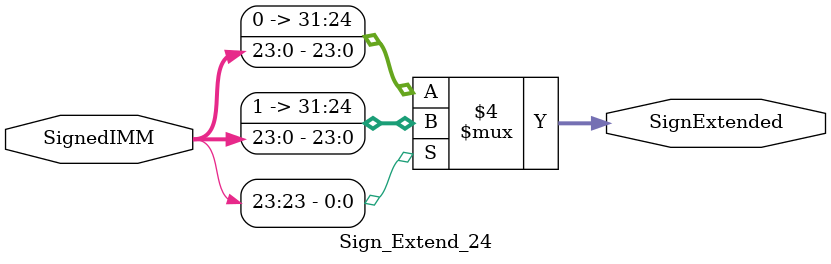
<source format=v>
module Sign_Extend_24(SignedIMM, SignExtended);

input [23:0] SignedIMM;
output reg [31:0] SignExtended;


always @(*) begin
if (SignedIMM[23] == 1'b1) // Check the sign bit
SignExtended = {8'b11111111, SignedIMM}; // Sign extend with 1's
else
SignExtended = {8'b00000000, SignedIMM}; // Sign extend with 0's
end

endmodule
</source>
